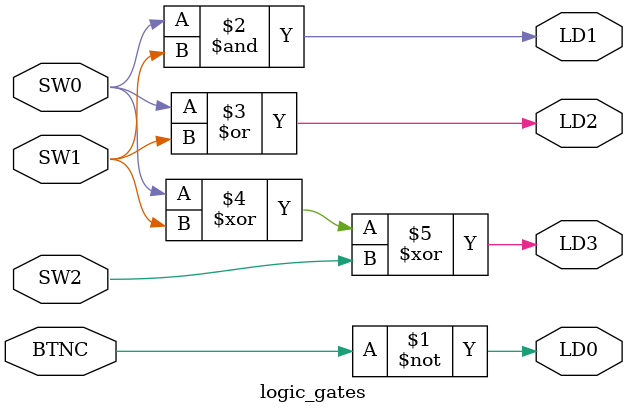
<source format=v>
`timescale 1ns / 1ps


module logic_gates(
    input BTNC,
    input SW0,
    input SW1,
    input SW2,
    output LD0,
    output LD1,
    output LD2,
    output LD3
    );
    
    assign LD0 = ~BTNC;
    assign LD1 = SW0 & SW1;
    assign LD2 = SW0 | SW1;
    assign LD3 = SW0 ^ SW1 ^ SW2;
    
endmodule
</source>
